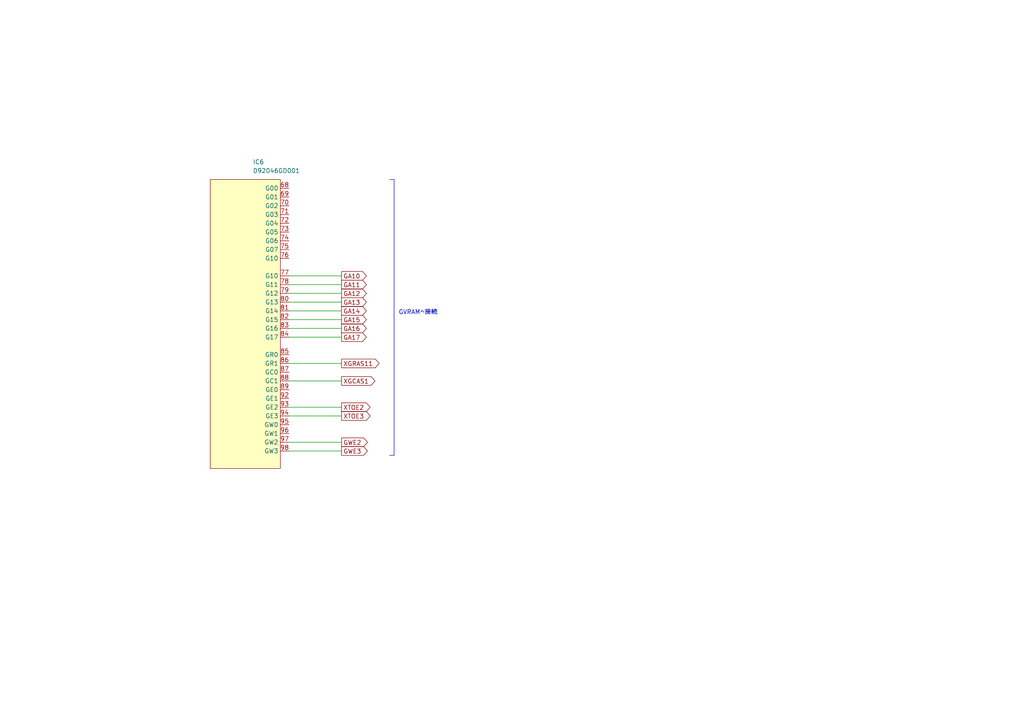
<source format=kicad_sch>
(kicad_sch (version 20230121) (generator eeschema)

  (uuid fe9d2a21-83e5-44b4-9aab-9f2357767c41)

  (paper "A4")

  (title_block
    (title "VDP")
    (comment 1 "VA1回路図 P.257")
  )

  (lib_symbols
    (symbol "88va_Library:GAL" (in_bom yes) (on_board yes)
      (property "Reference" "IC6" (at 2.1941 2.54 0)
        (effects (font (size 1.27 1.27)) (justify left))
      )
      (property "Value" "D92046GD001" (at 2.1941 0 0)
        (effects (font (size 1.27 1.27)) (justify left))
      )
      (property "Footprint" "" (at 0 0 0)
        (effects (font (size 1.27 1.27)) hide)
      )
      (property "Datasheet" "" (at 0 0 0)
        (effects (font (size 1.27 1.27)) hide)
      )
      (symbol "GAL_1_1"
        (rectangle (start -10.16 -2.54) (end 10.16 -86.36)
          (stroke (width 0) (type default))
          (fill (type background))
        )
        (pin output line (at 12.7 -5.08 180) (length 2.54)
          (name "G00" (effects (font (size 1.27 1.27))))
          (number "68" (effects (font (size 1.27 1.27))))
        )
        (pin output line (at 12.7 -7.62 180) (length 2.54)
          (name "G01" (effects (font (size 1.27 1.27))))
          (number "69" (effects (font (size 1.27 1.27))))
        )
        (pin output line (at 12.7 -10.16 180) (length 2.54)
          (name "G02" (effects (font (size 1.27 1.27))))
          (number "70" (effects (font (size 1.27 1.27))))
        )
        (pin output line (at 12.7 -12.7 180) (length 2.54)
          (name "G03" (effects (font (size 1.27 1.27))))
          (number "71" (effects (font (size 1.27 1.27))))
        )
        (pin output line (at 12.7 -15.24 180) (length 2.54)
          (name "G04" (effects (font (size 1.27 1.27))))
          (number "72" (effects (font (size 1.27 1.27))))
        )
        (pin output line (at 12.7 -17.78 180) (length 2.54)
          (name "G05" (effects (font (size 1.27 1.27))))
          (number "73" (effects (font (size 1.27 1.27))))
        )
        (pin output line (at 12.7 -20.32 180) (length 2.54)
          (name "G06" (effects (font (size 1.27 1.27))))
          (number "74" (effects (font (size 1.27 1.27))))
        )
        (pin output line (at 12.7 -22.86 180) (length 2.54)
          (name "G07" (effects (font (size 1.27 1.27))))
          (number "75" (effects (font (size 1.27 1.27))))
        )
        (pin output line (at 12.7 -25.4 180) (length 2.54)
          (name "G10" (effects (font (size 1.27 1.27))))
          (number "76" (effects (font (size 1.27 1.27))))
        )
        (pin output line (at 12.7 -30.48 180) (length 2.54)
          (name "G10" (effects (font (size 1.27 1.27))))
          (number "77" (effects (font (size 1.27 1.27))))
        )
        (pin output line (at 12.7 -33.02 180) (length 2.54)
          (name "G11" (effects (font (size 1.27 1.27))))
          (number "78" (effects (font (size 1.27 1.27))))
        )
        (pin output line (at 12.7 -35.56 180) (length 2.54)
          (name "G12" (effects (font (size 1.27 1.27))))
          (number "79" (effects (font (size 1.27 1.27))))
        )
        (pin output line (at 12.7 -38.1 180) (length 2.54)
          (name "G13" (effects (font (size 1.27 1.27))))
          (number "80" (effects (font (size 1.27 1.27))))
        )
        (pin output line (at 12.7 -40.64 180) (length 2.54)
          (name "G14" (effects (font (size 1.27 1.27))))
          (number "81" (effects (font (size 1.27 1.27))))
        )
        (pin output line (at 12.7 -43.18 180) (length 2.54)
          (name "G15" (effects (font (size 1.27 1.27))))
          (number "82" (effects (font (size 1.27 1.27))))
        )
        (pin output line (at 12.7 -45.72 180) (length 2.54)
          (name "G16" (effects (font (size 1.27 1.27))))
          (number "83" (effects (font (size 1.27 1.27))))
        )
        (pin output line (at 12.7 -48.26 180) (length 2.54)
          (name "G17" (effects (font (size 1.27 1.27))))
          (number "84" (effects (font (size 1.27 1.27))))
        )
        (pin output line (at 12.7 -53.34 180) (length 2.54)
          (name "GR0" (effects (font (size 1.27 1.27))))
          (number "85" (effects (font (size 1.27 1.27))))
        )
        (pin output line (at 12.7 -55.88 180) (length 2.54)
          (name "GR1" (effects (font (size 1.27 1.27))))
          (number "86" (effects (font (size 1.27 1.27))))
        )
        (pin output line (at 12.7 -58.42 180) (length 2.54)
          (name "GC0" (effects (font (size 1.27 1.27))))
          (number "87" (effects (font (size 1.27 1.27))))
        )
        (pin output line (at 12.7 -60.96 180) (length 2.54)
          (name "GC1" (effects (font (size 1.27 1.27))))
          (number "88" (effects (font (size 1.27 1.27))))
        )
        (pin output line (at 12.7 -63.5 180) (length 2.54)
          (name "GE0" (effects (font (size 1.27 1.27))))
          (number "89" (effects (font (size 1.27 1.27))))
        )
        (pin output line (at 12.7 -66.04 180) (length 2.54)
          (name "GE1" (effects (font (size 1.27 1.27))))
          (number "92" (effects (font (size 1.27 1.27))))
        )
        (pin output line (at 12.7 -68.58 180) (length 2.54)
          (name "GE2" (effects (font (size 1.27 1.27))))
          (number "93" (effects (font (size 1.27 1.27))))
        )
        (pin output line (at 12.7 -71.12 180) (length 2.54)
          (name "GE3" (effects (font (size 1.27 1.27))))
          (number "94" (effects (font (size 1.27 1.27))))
        )
        (pin output line (at 12.7 -73.66 180) (length 2.54)
          (name "GW0" (effects (font (size 1.27 1.27))))
          (number "95" (effects (font (size 1.27 1.27))))
        )
        (pin output line (at 12.7 -76.2 180) (length 2.54)
          (name "GW1" (effects (font (size 1.27 1.27))))
          (number "96" (effects (font (size 1.27 1.27))))
        )
        (pin output line (at 12.7 -78.74 180) (length 2.54)
          (name "GW2" (effects (font (size 1.27 1.27))))
          (number "97" (effects (font (size 1.27 1.27))))
        )
        (pin output line (at 12.7 -81.28 180) (length 2.54)
          (name "GW3" (effects (font (size 1.27 1.27))))
          (number "98" (effects (font (size 1.27 1.27))))
        )
      )
    )
  )


  (wire (pts (xy 83.82 85.09) (xy 99.06 85.09))
    (stroke (width 0) (type default))
    (uuid 0153d219-e8e3-4c75-96a8-31dcb26f672d)
  )
  (wire (pts (xy 83.82 120.65) (xy 99.06 120.65))
    (stroke (width 0) (type default))
    (uuid 11db0829-aef4-4b60-831a-723c7d905f93)
  )
  (wire (pts (xy 83.82 128.27) (xy 99.06 128.27))
    (stroke (width 0) (type default))
    (uuid 2795bde5-da55-404b-8358-35fbd0372a7f)
  )
  (wire (pts (xy 83.82 105.41) (xy 99.06 105.41))
    (stroke (width 0) (type default))
    (uuid 30e7ed74-ccee-4407-a7a0-b8ee5d81fee5)
  )
  (polyline (pts (xy 113.03 52.07) (xy 114.3 52.07))
    (stroke (width 0) (type default))
    (uuid 3dd8f37d-abf7-4589-b730-bcec47173106)
  )

  (wire (pts (xy 83.82 92.71) (xy 99.06 92.71))
    (stroke (width 0) (type default))
    (uuid 3fde815f-b1e6-4724-8727-3d39a6660dad)
  )
  (wire (pts (xy 83.82 82.55) (xy 99.06 82.55))
    (stroke (width 0) (type default))
    (uuid 4a0cdce3-f297-4954-b2a1-9c9a7d29d28f)
  )
  (wire (pts (xy 83.82 87.63) (xy 99.06 87.63))
    (stroke (width 0) (type default))
    (uuid 57b39969-34ec-4b43-9d23-4eae5b353101)
  )
  (wire (pts (xy 83.82 118.11) (xy 99.06 118.11))
    (stroke (width 0) (type default))
    (uuid 5a5f5137-dfb7-40bd-8de1-92c1a5f0a263)
  )
  (wire (pts (xy 83.82 110.49) (xy 99.06 110.49))
    (stroke (width 0) (type default))
    (uuid 62cdf2a1-9ec1-492e-8c2e-a0dc3a39a123)
  )
  (wire (pts (xy 83.82 97.79) (xy 99.06 97.79))
    (stroke (width 0) (type default))
    (uuid 665c5f80-7c26-4de2-9854-12c79cac078d)
  )
  (wire (pts (xy 83.82 130.81) (xy 99.06 130.81))
    (stroke (width 0) (type default))
    (uuid 79bf0cc0-6446-4b4b-bb48-6ff6c9e65e51)
  )
  (polyline (pts (xy 113.03 132.08) (xy 114.3 132.08))
    (stroke (width 0) (type default))
    (uuid 935999ba-ab50-4d3e-a729-6c7617c2311e)
  )

  (wire (pts (xy 83.82 80.01) (xy 99.06 80.01))
    (stroke (width 0) (type default))
    (uuid ab485be3-8fd1-4446-a82c-3781793bf8ff)
  )
  (wire (pts (xy 83.82 90.17) (xy 99.06 90.17))
    (stroke (width 0) (type default))
    (uuid d1922ab8-a1b6-4072-ba5e-3d68f244c852)
  )
  (polyline (pts (xy 114.3 132.08) (xy 114.3 52.07))
    (stroke (width 0) (type default))
    (uuid d23805a3-082f-4996-aef8-ece4c1286ef1)
  )

  (wire (pts (xy 83.82 95.25) (xy 99.06 95.25))
    (stroke (width 0) (type default))
    (uuid fff65fa8-af04-4c81-ada9-3aba69057c95)
  )

  (text "GVRAMへ接続" (at 115.57 91.44 0)
    (effects (font (size 1.27 1.27)) (justify left bottom))
    (uuid 9930b458-5d38-43cc-afdc-2d0f16bdb2f2)
  )

  (global_label "GA11" (shape output) (at 99.06 82.55 0) (fields_autoplaced)
    (effects (font (size 1.27 1.27)) (justify left))
    (uuid 004e45f9-25bd-49bb-afe5-33e2013db2f8)
    (property "Intersheetrefs" "${INTERSHEET_REFS}" (at 106.8228 82.55 0)
      (effects (font (size 1.27 1.27)) (justify left) hide)
    )
  )
  (global_label "GA16" (shape output) (at 99.06 95.25 0) (fields_autoplaced)
    (effects (font (size 1.27 1.27)) (justify left))
    (uuid 114c056b-8cbc-4260-acb8-ca4dc5f444f4)
    (property "Intersheetrefs" "${INTERSHEET_REFS}" (at 106.8228 95.25 0)
      (effects (font (size 1.27 1.27)) (justify left) hide)
    )
  )
  (global_label "GA15" (shape output) (at 99.06 92.71 0) (fields_autoplaced)
    (effects (font (size 1.27 1.27)) (justify left))
    (uuid 190b599c-3361-4a2e-af4b-c6c229548aeb)
    (property "Intersheetrefs" "${INTERSHEET_REFS}" (at 106.8228 92.71 0)
      (effects (font (size 1.27 1.27)) (justify left) hide)
    )
  )
  (global_label "GA17" (shape output) (at 99.06 97.79 0) (fields_autoplaced)
    (effects (font (size 1.27 1.27)) (justify left))
    (uuid 209a4845-f2f0-40ea-835f-bb7fbf13c0f5)
    (property "Intersheetrefs" "${INTERSHEET_REFS}" (at 106.8228 97.79 0)
      (effects (font (size 1.27 1.27)) (justify left) hide)
    )
  )
  (global_label "XTOE3" (shape output) (at 99.06 120.65 0) (fields_autoplaced)
    (effects (font (size 1.27 1.27)) (justify left))
    (uuid 25d9b201-b920-42ed-b87c-86b7ceeab887)
    (property "Intersheetrefs" "${INTERSHEET_REFS}" (at 107.9113 120.65 0)
      (effects (font (size 1.27 1.27)) (justify left) hide)
    )
  )
  (global_label "GWE3" (shape output) (at 99.06 130.81 0) (fields_autoplaced)
    (effects (font (size 1.27 1.27)) (justify left))
    (uuid 45069122-3f8e-4c23-8fc1-58462bf4555d)
    (property "Intersheetrefs" "${INTERSHEET_REFS}" (at 107.1251 130.81 0)
      (effects (font (size 1.27 1.27)) (justify left) hide)
    )
  )
  (global_label "XTOE2" (shape output) (at 99.06 118.11 0) (fields_autoplaced)
    (effects (font (size 1.27 1.27)) (justify left))
    (uuid 4e46a6d6-1c6f-4daa-acfe-c83cee838f16)
    (property "Intersheetrefs" "${INTERSHEET_REFS}" (at 107.9113 118.11 0)
      (effects (font (size 1.27 1.27)) (justify left) hide)
    )
  )
  (global_label "GA14" (shape output) (at 99.06 90.17 0) (fields_autoplaced)
    (effects (font (size 1.27 1.27)) (justify left))
    (uuid 5a4d2ec0-40c6-4ff9-b576-e8f4f78c33ba)
    (property "Intersheetrefs" "${INTERSHEET_REFS}" (at 106.8228 90.17 0)
      (effects (font (size 1.27 1.27)) (justify left) hide)
    )
  )
  (global_label "GA12" (shape output) (at 99.06 85.09 0) (fields_autoplaced)
    (effects (font (size 1.27 1.27)) (justify left))
    (uuid 66faa5f1-abcb-4986-869f-20321a9a1409)
    (property "Intersheetrefs" "${INTERSHEET_REFS}" (at 106.8228 85.09 0)
      (effects (font (size 1.27 1.27)) (justify left) hide)
    )
  )
  (global_label "XGRAS11" (shape output) (at 99.06 105.41 0) (fields_autoplaced)
    (effects (font (size 1.27 1.27)) (justify left))
    (uuid 75926f48-9052-43d4-aef8-a14b52d28475)
    (property "Intersheetrefs" "${INTERSHEET_REFS}" (at 110.5118 105.41 0)
      (effects (font (size 1.27 1.27)) (justify left) hide)
    )
  )
  (global_label "XGCAS1" (shape output) (at 99.06 110.49 0) (fields_autoplaced)
    (effects (font (size 1.27 1.27)) (justify left))
    (uuid 9abb51a6-6665-42b9-9104-1bee417a8167)
    (property "Intersheetrefs" "${INTERSHEET_REFS}" (at 109.3023 110.49 0)
      (effects (font (size 1.27 1.27)) (justify left) hide)
    )
  )
  (global_label "GA10" (shape output) (at 99.06 80.01 0) (fields_autoplaced)
    (effects (font (size 1.27 1.27)) (justify left))
    (uuid d292ff60-0b16-4e90-8694-83687db38972)
    (property "Intersheetrefs" "${INTERSHEET_REFS}" (at 106.8228 80.01 0)
      (effects (font (size 1.27 1.27)) (justify left) hide)
    )
  )
  (global_label "GWE2" (shape output) (at 99.06 128.27 0) (fields_autoplaced)
    (effects (font (size 1.27 1.27)) (justify left))
    (uuid e15ebd3a-7b85-496e-9978-ed8eea58aed2)
    (property "Intersheetrefs" "${INTERSHEET_REFS}" (at 107.1251 128.27 0)
      (effects (font (size 1.27 1.27)) (justify left) hide)
    )
  )
  (global_label "GA13" (shape output) (at 99.06 87.63 0) (fields_autoplaced)
    (effects (font (size 1.27 1.27)) (justify left))
    (uuid f38a208a-fbff-4da7-a6b6-8b1a62e69078)
    (property "Intersheetrefs" "${INTERSHEET_REFS}" (at 106.8228 87.63 0)
      (effects (font (size 1.27 1.27)) (justify left) hide)
    )
  )

  (symbol (lib_id "88va_Library:GAL") (at 71.12 49.53 0) (unit 1)
    (in_bom yes) (on_board yes) (dnp no) (fields_autoplaced)
    (uuid b219176a-3c64-40ad-afa0-b453551a2276)
    (property "Reference" "IC6" (at 73.3141 46.99 0)
      (effects (font (size 1.27 1.27)) (justify left))
    )
    (property "Value" "D92046GD001" (at 73.3141 49.53 0)
      (effects (font (size 1.27 1.27)) (justify left))
    )
    (property "Footprint" "" (at 71.12 49.53 0)
      (effects (font (size 1.27 1.27)) hide)
    )
    (property "Datasheet" "" (at 71.12 49.53 0)
      (effects (font (size 1.27 1.27)) hide)
    )
    (pin "68" (uuid a7674551-eaac-472c-80e4-660f13285f8a))
    (pin "80" (uuid 8d9aa212-6085-4a08-b948-993baf82d64e))
    (pin "70" (uuid 71af5a29-675b-4805-8dcc-bedaf6ac0451))
    (pin "77" (uuid 83dcf8be-7e00-4c55-9af5-dfd826a27d75))
    (pin "69" (uuid 377d4898-a65f-4ba0-b994-6d180f6c0eca))
    (pin "81" (uuid 1130864c-2e8b-4651-a952-fc4c7807ece0))
    (pin "83" (uuid 7f6cc696-542a-4ac3-8997-6b43d8f26005))
    (pin "96" (uuid 05efcb41-1271-4a9d-8a9c-97ae0cea01cc))
    (pin "95" (uuid 92bb19f2-6a99-4e36-a3a0-cde0e44beab4))
    (pin "73" (uuid 4ff64953-9500-43ee-a1f4-1a2201d78208))
    (pin "82" (uuid 71a2d96c-5a61-40a1-ae56-911427ebc600))
    (pin "87" (uuid 75cae4f2-625e-4bf5-a966-3062798f1f4f))
    (pin "84" (uuid 15463822-3c7d-4db5-8473-b9a6cb4dd2d6))
    (pin "92" (uuid 716df682-900c-4968-85f9-b11773289bbf))
    (pin "71" (uuid 8930ee4a-b60a-4157-ad93-c872f6558ae1))
    (pin "85" (uuid c776f669-5c3c-4b55-88c6-e99e0a126346))
    (pin "86" (uuid d96b2c1d-7cb2-49a4-aeee-f09965ae2c32))
    (pin "88" (uuid d52b2ddd-c773-45a4-88ed-deb113b6cac2))
    (pin "89" (uuid f03ec4f2-0160-4ddc-be8b-201b85bca09d))
    (pin "94" (uuid b29c3ab0-f851-4977-bde8-7301ba072a4b))
    (pin "72" (uuid 9249323a-77bb-4a0d-968f-b652328ceeb9))
    (pin "93" (uuid 95821a57-1856-4b84-ab85-7eed9a1162db))
    (pin "98" (uuid 1c5ef7c6-c061-46e9-8254-b179ce1f8063))
    (pin "76" (uuid bdbaa1a4-9891-4068-b089-91fb110a74b9))
    (pin "74" (uuid e1ff0917-d6f3-4e96-9dcf-a7ca2325e183))
    (pin "97" (uuid 5e80eeb8-cfdf-4e6c-9a11-88b1fcddfd20))
    (pin "75" (uuid 8920218b-9fe2-4fd4-b392-d0bf0c06db9c))
    (pin "79" (uuid 22a7b1d0-2d50-46f9-94d2-414ab6e78d9a))
    (pin "78" (uuid d0630620-a0be-4f52-97b6-03c6f2f421ae))
    (instances
      (project "88va2-circuit"
        (path "/8cd193ae-a369-4130-9ba4-f2075fa60e2b/b24159c5-a6e1-4bb0-b734-d29260f70f4e"
          (reference "IC6") (unit 1)
        )
      )
    )
  )
)

</source>
